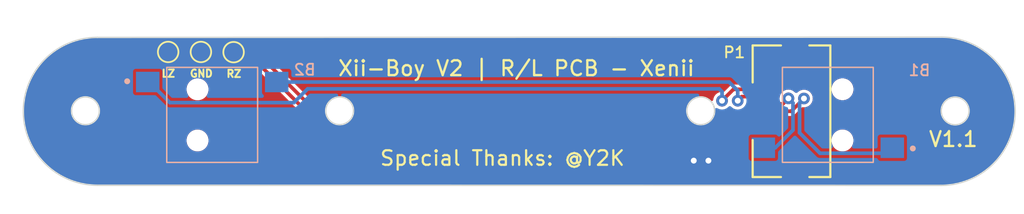
<source format=kicad_pcb>
(kicad_pcb (version 20240108) (generator "pcbnew") (generator_version "8.0")
  (layers (0 "F.Cu" signal) (31 "B.Cu" signal) (34 "B.Paste" user) (35 "F.Paste" user) (36 "B.SilkS" user "B.Silkscreen") (37 "F.SilkS" user "F.Silkscreen") (38 "B.Mask" user) (39 "F.Mask" user) (44 "Edge.Cuts" user))
  (net 0 "")
  (net 1 "Net-(J1-Pin_5)")
  (net 2 "Net-(J1-Pin_3)")
  (net 3 "Net-(J1-Pin_6)")
  (net 4 "Net-(J1-Pin_2)")
  (net 5 "Net-(J1-Pin_7)")
  (net 6 "GND")
  (net 7 "Net-(J1-Pin_4)")
  (footprint "TestPoint:TestPoint_Pad_D1.0mm" (layer "F.Cu") (at 129.74 55.34)
    (property "Reference" "TP9" (hide yes))
    (property "Value" "TestPoint")
    (fp_circle (center 0 0) (end 0 0.7) (stroke (width 0.12)) (fill none) (layer "F.SilkS"))
    (pad "1" smd circle (at 0 0) (size 1 1) (layers "F.Cu" "F.Mask") (net 4 "Net-(J1-Pin_2)"))
  )
  (footprint "TestPoint:TestPoint_Pad_D1.0mm" (layer "F.Cu") (at 127.51 55.325 90)
    (property "Reference" "TP10" (hide yes))
    (property "Value" "TestPoint")
    (fp_circle (center 0 0) (end 0 0.7) (stroke (width 0.12)) (fill none) (layer "F.SilkS"))
    (pad "1" smd circle (at 0 0 90) (size 1 1) (layers "F.Cu" "F.Mask") (net 6 "GND"))
  )
  (footprint "footprints:CON_5051100792_MOL" (layer "F.Cu") (at 167.81 59.38 90)
    (property "Reference" "J1" (hide yes))
    (property "Value" "Conn_01x07_Socket" (hide yes))
    (fp_line (start 4.499991 -2.65) (end 1.97004 -2.65) (stroke (width 0.1524)) (layer "F.SilkS"))
    (fp_line (start -1.97004 -2.65) (end -4.499991 -2.65) (stroke (width 0.1524)) (layer "F.SilkS"))
    (fp_line (start -4.499991 -2.65) (end -4.499991 -0.72004) (stroke (width 0.1524)) (layer "F.SilkS"))
    (fp_line (start 4.499991 -0.72004) (end 4.499991 -2.65) (stroke (width 0.1524)) (layer "F.SilkS"))
    (fp_line (start -4.499991 1.220039) (end -4.499991 2.65) (stroke (width 0.1524)) (layer "F.SilkS"))
    (fp_line (start 4.499991 2.65) (end 4.499991 1.220039) (stroke (width 0.1524)) (layer "F.SilkS"))
    (fp_line (start -4.499991 2.65) (end 4.499991 2.65) (stroke (width 0.1524)) (layer "F.SilkS"))
    (pad "1" smd rect (at -1.5 -2.45 90) (size 0.3 1) (layers "F.Cu" "F.Paste" "F.Mask") (net 6 "GND"))
    (pad "2" smd rect (at -1.000001 -2.45 90) (size 0.3 1) (layers "F.Cu" "F.Paste" "F.Mask") (net 4 "Net-(J1-Pin_2)"))
    (pad "3" smd rect (at -0.499999 -2.45 90) (size 0.3 1) (layers "F.Cu" "F.Paste" "F.Mask") (net 2 "Net-(J1-Pin_3)"))
    (pad "4" smd rect (at 0 -2.45 90) (size 0.3 1) (layers "F.Cu" "F.Paste" "F.Mask") (net 7 "Net-(J1-Pin_4)"))
    (pad "5" smd rect (at 0.499999 -2.45 90) (size 0.3 1) (layers "F.Cu" "F.Paste" "F.Mask") (net 1 "Net-(J1-Pin_5)"))
    (pad "6" smd rect (at 1.000001 -2.45 90) (size 0.3 1) (layers "F.Cu" "F.Paste" "F.Mask") (net 3 "Net-(J1-Pin_6)"))
    (pad "7" smd rect (at 1.5 -2.45 90) (size 0.3 1) (layers "F.Cu" "F.Paste" "F.Mask") (net 5 "Net-(J1-Pin_7)"))
    (pad "P1" smd rect (at -3.799997 0.249999 90) (size 2 1.3) (layers "F.Cu" "F.Paste" "F.Mask"))
    (pad "P2" smd rect (at 3.799997 0.249999 90) (size 2 1.3) (layers "F.Cu" "F.Paste" "F.Mask"))
  )
  (footprint "TestPoint:TestPoint_Pad_D1.0mm" (layer "F.Cu") (at 125.275 55.325)
    (property "Reference" "TP8" (hide yes))
    (property "Value" "TestPoint")
    (fp_circle (center 0 0) (end 0 0.7) (stroke (width 0.12)) (fill none) (layer "F.SilkS"))
    (pad "1" smd circle (at 0 0) (size 1 1) (layers "F.Cu" "F.Mask") (net 2 "Net-(J1-Pin_3)"))
  )
  (footprint "TMHF07:TMHF07" (layer "B.Cu") (at 128.278987 59.629921)
    (property "Reference" "SW2" (hide yes))
    (property "Value" "SW_DPST")
    (fp_rect (start 3.1 -3.25) (end -3.1 3.25) (stroke (width 0.1)) (fill none) (layer "B.SilkS"))
    (fp_circle (center -5.8 -2.3) (end -5.658579 -2.3) (stroke (width 0.12)) (fill solid) (layer "B.SilkS"))
    (pad "" np_thru_hole circle (at -1 -1.75) (size 0.9 0.9) (drill 1) (layers "F&B.Cu" "*.Mask"))
    (pad "" np_thru_hole circle (at -1 1.75) (size 0.9 0.9) (drill 1) (layers "F&B.Cu" "*.Mask"))
    (pad "1" smd rect (at -4.4 -2.25) (size 1.6 1.4) (layers "B.Cu" "B.Paste" "B.Mask") (net 5 "Net-(J1-Pin_7)"))
    (pad "2" smd rect (at 4.4 -2.25) (size 1.6 1.4) (layers "B.Cu" "B.Paste" "B.Mask") (net 3 "Net-(J1-Pin_6)"))
    (pad "3" smd rect (at -4.4 2.25) (size 1.6 1.4) (layers "B.Cu" "B.Paste" "B.Mask") (net 6 "GND"))
    (pad "4" smd rect (at 4.4 2.25) (size 1.6 1.4) (layers "B.Cu" "B.Paste" "B.Mask") (net 6 "GND"))
  )
  (footprint "TMHF07:TMHF07" (layer "B.Cu") (at 170.288987 59.626711 180)
    (property "Reference" "SW1" (hide yes))
    (property "Value" "SW_DPST")
    (fp_rect (start 3.1 -3.25) (end -3.1 3.25) (stroke (width 0.1)) (fill none) (layer "B.SilkS"))
    (fp_circle (center -5.8 -2.3) (end -5.658579 -2.3) (stroke (width 0.12)) (fill solid) (layer "B.SilkS"))
    (pad "" np_thru_hole circle (at -1 -1.75 180) (size 0.9 0.9) (drill 1) (layers "F&B.Cu" "*.Mask"))
    (pad "" np_thru_hole circle (at -1 1.75 180) (size 0.9 0.9) (drill 1) (layers "F&B.Cu" "*.Mask"))
    (pad "1" smd rect (at -4.4 -2.25 180) (size 1.6 1.4) (layers "B.Cu" "B.Paste" "B.Mask") (net 7 "Net-(J1-Pin_4)"))
    (pad "2" smd rect (at 4.4 -2.25 180) (size 1.6 1.4) (layers "B.Cu" "B.Paste" "B.Mask") (net 1 "Net-(J1-Pin_5)"))
    (pad "3" smd rect (at -4.4 2.25 180) (size 1.6 1.4) (layers "B.Cu" "B.Paste" "B.Mask") (net 6 "GND"))
    (pad "4" smd rect (at 4.4 2.25 180) (size 1.6 1.4) (layers "B.Cu" "B.Paste" "B.Mask") (net 6 "GND"))
  )
  (gr_circle (center 161.616606 59.35) (end 161.62 58.4) (stroke (width 0.1)) (fill none) (layer "Edge.Cuts"))
  (gr_circle (center 119.63 59.35) (end 119.62 58.4) (stroke (width 0.1)) (fill none) (layer "Edge.Cuts"))
  (gr_arc (start 120.45 64.44) (mid 115.395 59.385) (end 120.45 54.33) (stroke (width 0.1)) (layer "Edge.Cuts"))
  (gr_circle (center 136.976606 59.35) (end 136.98 58.4) (stroke (width 0.1)) (fill none) (layer "Edge.Cuts"))
  (gr_line (start 178 54.31) (end 120.45 54.33) (stroke (width 0.1)) (layer "Edge.Cuts"))
  (gr_arc (start 178 54.31) (mid 183.07 59.38) (end 178 64.45) (stroke (width 0.1)) (layer "Edge.Cuts"))
  (gr_line (start 178 64.45) (end 120.45 64.44) (stroke (width 0.1)) (layer "Edge.Cuts"))
  (gr_circle (center 178.976606 59.36) (end 179 58.41) (stroke (width 0.1)) (fill none) (layer "Edge.Cuts"))
  (gr_text "B2" (at 135.41 56.98 0) (layer "B.SilkS") (effects (font (size 0.75 0.75) (thickness 0.125) (bold yes)) (justify left bottom mirror)))
  (gr_text "B1" (at 177.355 57.02 0) (layer "B.SilkS") (effects (font (size 0.75 0.75) (thickness 0.125) (bold yes)) (justify left bottom mirror)))
  (gr_text "RZ" (at 129.19 57.11 0) (layer "F.SilkS") (effects (font (size 0.5 0.5) (thickness 0.125) (bold yes)) (justify left bottom)))
  (gr_text "Xii-Boy V2 | R/L PCB - Xenii" (at 136.79 57.04 0) (layer "F.SilkS") (effects (font (size 1.016 1.016) (thickness 0.15875) (bold yes)) (justify left bottom)))
  (gr_text "P1" (at 163.095 55.795 0) (layer "F.SilkS") (effects (font (size 0.75 0.75) (thickness 0.125) (bold yes)) (justify left bottom)))
  (gr_text "V1.1" (at 177.1 61.89 0) (layer "F.SilkS") (effects (font (size 1.016 1.016) (thickness 0.15875) (bold yes)) (justify left bottom)))
  (gr_text "Special Thanks: @Y2K" (at 139.65 63.175 0) (layer "F.SilkS") (effects (font (size 1 1)) (justify left bottom)))
  (gr_text "GND" (at 126.695 57.095 0) (layer "F.SilkS") (effects (font (size 0.5 0.5) (thickness 0.125) (bold yes)) (justify left bottom)))
  (gr_text "LZ" (at 124.765 57.095 0) (layer "F.SilkS") (effects (font (size 0.5 0.5) (thickness 0.125) (bold yes)) (justify left bottom)))
  (segment (start 167.219999 58.880001) (end 165.36 58.880001) (width 0.25) (layer "F.Cu") (net 1))
  (segment (start 167.6 58.5) (end 167.219999 58.880001) (width 0.25) (layer "F.Cu") (net 1))
  (via (at 167.6 58.5) (size 0.8) (drill 0.4) (layers "F.Cu" "B.Cu") (net 1))
  (segment (start 165.888987 61.876711) (end 166.703289 61.876711) (width 0.25) (layer "B.Cu") (net 1))
  (segment (start 167.91 58.81) (end 167.6 58.5) (width 0.25) (layer "B.Cu") (net 1))
  (segment (start 167.91 60.67) (end 167.91 58.81) (width 0.25) (layer "B.Cu") (net 1))
  (segment (start 166.703289 61.876711) (end 167.91 60.67) (width 0.25) (layer "B.Cu") (net 1))
  (segment (start 163.79 60.57) (end 164.480001 59.879999) (width 0.25) (layer "F.Cu") (net 2))
  (segment (start 130.42 54.47) (end 136.52 60.57) (width 0.25) (layer "F.Cu") (net 2))
  (segment (start 164.480001 59.879999) (end 165.36 59.879999) (width 0.25) (layer "F.Cu") (net 2))
  (segment (start 126.13 54.47) (end 130.42 54.47) (width 0.25) (layer "F.Cu") (net 2))
  (segment (start 136.52 60.57) (end 163.79 60.57) (width 0.25) (layer "F.Cu") (net 2))
  (segment (start 125.275 55.325) (end 126.13 54.47) (width 0.25) (layer "F.Cu") (net 2))
  (segment (start 164.14 58.66) (end 164.420001 58.379999) (width 0.25) (layer "F.Cu") (net 3))
  (segment (start 164.420001 58.379999) (end 165.36 58.379999) (width 0.25) (layer "F.Cu") (net 3))
  (via (at 164.14 58.66) (size 0.8) (drill 0.4) (layers "F.Cu" "B.Cu") (net 3))
  (segment (start 164.14 57.97) (end 164.14 58.66) (width 0.25) (layer "B.Cu") (net 3))
  (segment (start 132.678987 57.379921) (end 163.549921 57.379921) (width 0.25) (layer "B.Cu") (net 3))
  (segment (start 163.549921 57.379921) (end 164.14 57.97) (width 0.25) (layer "B.Cu") (net 3))
  (segment (start 136.33 61.02) (end 163.976396 61.02) (width 0.25) (layer "F.Cu") (net 4))
  (segment (start 164.616395 60.380001) (end 165.36 60.380001) (width 0.25) (layer "F.Cu") (net 4))
  (segment (start 129.74 55.34) (end 130.65 55.34) (width 0.25) (layer "F.Cu") (net 4))
  (segment (start 130.65 55.34) (end 136.33 61.02) (width 0.25) (layer "F.Cu") (net 4))
  (segment (start 163.976396 61.02) (end 164.616395 60.380001) (width 0.25) (layer "F.Cu") (net 4))
  (segment (start 163.849445 57.88) (end 165.36 57.88) (width 0.25) (layer "F.Cu") (net 5))
  (segment (start 163.070051 58.659394) (end 163.849445 57.88) (width 0.25) (layer "F.Cu") (net 5))
  (via (at 163.070051 58.659394) (size 0.8) (drill 0.4) (layers "F.Cu" "B.Cu") (net 5))
  (segment (start 123.878987 57.379921) (end 123.978987 57.379921) (width 0.25) (layer "B.Cu") (net 5))
  (segment (start 133.85 58.79) (end 134.79 57.85) (width 0.25) (layer "B.Cu") (net 5))
  (segment (start 123.978987 57.379921) (end 125.389066 58.79) (width 0.25) (layer "B.Cu") (net 5))
  (segment (start 125.389066 58.79) (end 133.85 58.79) (width 0.25) (layer "B.Cu") (net 5))
  (segment (start 134.79 57.85) (end 162.88 57.85) (width 0.25) (layer "B.Cu") (net 5))
  (segment (start 162.88 57.85) (end 163.070051 58.040051) (width 0.25) (layer "B.Cu") (net 5))
  (segment (start 163.070051 58.040051) (end 163.070051 58.659394) (width 0.25) (layer "B.Cu") (net 5))
  (via (at 161.140051 62.759394) (size 0.8) (drill 0.4) (layers "F.Cu" "B.Cu") (net 6))
  (via (at 162.14 62.76) (size 0.8) (drill 0.4) (layers "F.Cu" "B.Cu") (net 6))
  (segment (start 165.36 59.38) (end 167.789341 59.38) (width 0.25) (layer "F.Cu") (net 7))
  (segment (start 167.789341 59.38) (end 168.659948 58.509393) (width 0.25) (layer "F.Cu") (net 7))
  (via (at 168.659948 58.509393) (size 0.8) (drill 0.4) (layers "F.Cu" "B.Cu") (net 7))
  (segment (start 169.755315 62.251711) (end 168.36 60.856396) (width 0.25) (layer "B.Cu") (net 7))
  (segment (start 168.36 60.856396) (end 168.36 58.809341) (width 0.25) (layer "B.Cu") (net 7))
  (segment (start 174.688987 61.876711) (end 174.313987 62.251711) (width 0.25) (layer "B.Cu") (net 7))
  (segment (start 174.313987 62.251711) (end 169.755315 62.251711) (width 0.25) (layer "B.Cu") (net 7))
  (segment (start 168.36 58.809341) (end 168.659948 58.509393) (width 0.25) (layer "B.Cu") (net 7))
  (zone (net 6) (net_name "GND") (layers "F&B.Cu") (connect_pads yes (clearance 0.2)) (min_thickness 0.25) (fill yes (thermal_gap 0.5) (thermal_bridge_width 0.5))
    (polygon (pts (xy 113.8 51.95) (xy 183.56 52.07) (xy 183.7 65.77) (xy 114.02 65.63) (xy 113.81 51.95)))
  )
)
</source>
